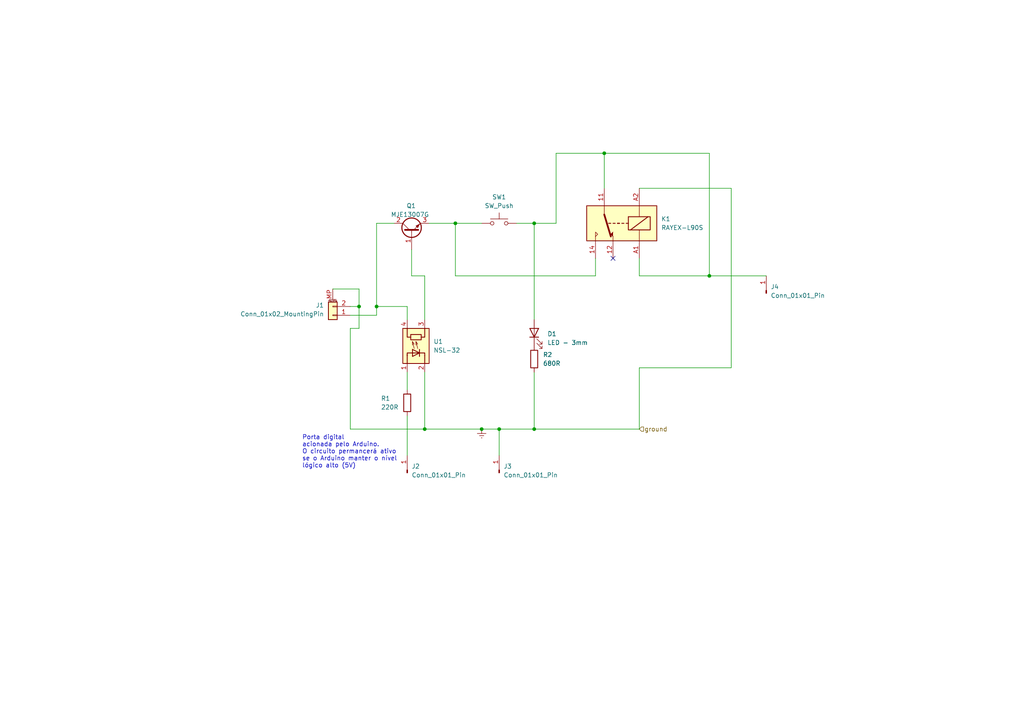
<source format=kicad_sch>
(kicad_sch (version 20230121) (generator eeschema)
  (paper "A4")
  (title_block (title "Placa Sinal RFID") (date "2023-11-09") (company "Márcio José Baldo"))
  (lib_symbols
    (symbol "Connector:Conn_01x01_Pin" (pin_names (offset 1.016) hide)
      (property "Reference" "J" (at 0 2.54 0))
      (property "Value" "Conn_01x01_Pin" (at 0 -2.54 0))
      (symbol "Conn_01x01_Pin_1_1"
        (polyline (pts (xy 1.27 0) (xy 0.8636 0)) (stroke (width 0.1524)))
        (rectangle (start 0.8636 0.127) (end 0 -0.127) (stroke (width 0.1524)) (fill (type outline)))
        (pin passive line (at 5.08 0 180) (length 3.81) (name "Pin_1") (number "1"))
      )
    )
    (symbol "Connector_Generic_MountingPin:Conn_01x02_MountingPin" (pin_names (offset 1.016) hide)
      (property "Reference" "J" (at 0 2.54 0))
      (property "Value" "Conn_01x02_MountingPin" (at 1.27 -5.08 0))
      (symbol "Conn_01x02_MountingPin_1_1"
        (rectangle (start -1.27 -2.413) (end 0 -2.667) (stroke (width 0.1524)))
        (rectangle (start -1.27 0.127) (end 0 -0.127) (stroke (width 0.1524)))
        (rectangle (start -1.27 1.27) (end 1.27 -3.81) (stroke (width 0.254)) (fill (type background)))
        (polyline (pts (xy -1.016 -4.572) (xy 1.016 -4.572)) (stroke (width 0.1524)))
        (text "Mounting" (at 0 -4.191 0) (effects (font (size 0.381 0.381))))
        (pin passive line (at -5.08 0 0) (length 3.81) (name "Pin_1") (number "1"))
        (pin passive line (at -5.08 -2.54 0) (length 3.81) (name "Pin_2") (number "2"))
        (pin passive line (at 0 -7.62 90) (length 3.048) (name "MountPin") (number "MP"))
      )
    )
    (symbol "Device:LED" (pin_numbers hide) (pin_names (offset 1.016) hide)
      (property "Reference" "D" (at 0 2.54 0))
      (property "Value" "LED" (at 0 -2.54 0))
      (symbol "LED_0_1"
        (polyline (pts (xy -1.27 -1.27) (xy -1.27 1.27)) (stroke (width 0.254)))
        (polyline (pts (xy -1.27 0) (xy 1.27 0)))
        (polyline (pts (xy 1.27 -1.27) (xy 1.27 1.27) (xy -1.27 0) (xy 1.27 -1.27)) (stroke (width 0.254)))
        (polyline (pts (xy -3.048 -0.762) (xy -4.572 -2.286) (xy -3.81 -2.286) (xy -4.572 -2.286) (xy -4.572 -1.524)))
        (polyline (pts (xy -1.778 -0.762) (xy -3.302 -2.286) (xy -2.54 -2.286) (xy -3.302 -2.286) (xy -3.302 -1.524)))
      )
      (symbol "LED_1_1"
        (pin passive line (at -3.81 0 0) (length 2.54) (name "K") (number "1"))
        (pin passive line (at 3.81 0 180) (length 2.54) (name "A") (number "2"))
      )
    )
    (symbol "Device:R" (pin_numbers hide) (pin_names (offset 0))
      (property "Reference" "R" (at 2.032 0 90))
      (property "Value" "R" (at 0 0 90))
      (symbol "R_0_1"
        (rectangle (start -1.016 -2.54) (end 1.016 2.54) (stroke (width 0.254)))
      )
      (symbol "R_1_1"
        (pin passive line (at 0 3.81 270) (length 1.27) (name "~") (number "1"))
        (pin passive line (at 0 -3.81 90) (length 1.27) (name "~") (number "2"))
      )
    )
    (symbol "Isolator:NSL-32" (pin_names (offset 0.762) hide)
      (property "Reference" "U" (at 0 5.08 0))
      (property "Value" "NSL-32" (at 0 -5.08 0))
      (symbol "NSL-32_0_1"
        (rectangle (start -5.08 3.81) (end 5.08 -3.81) (stroke (width 0.254)) (fill (type background)))
        (polyline (pts (xy -5.08 2.54) (xy -2.54 2.54)) (stroke (width 0.254)))
        (polyline (pts (xy -2.794 -2.54) (xy -5.08 -2.54)) (stroke (width 0.254)))
        (polyline (pts (xy -1.016 -1.016) (xy -3.048 -1.016) (xy -3.048 -1.016)) (stroke (width 0.254)))
        (polyline (pts (xy -0.762 -0.508) (xy 1.27 0) (xy 1.27 0)))
        (polyline (pts (xy -0.762 0.508) (xy 1.27 1.016) (xy 1.27 1.016)))
        (polyline (pts (xy 2.54 -1.524) (xy 2.54 -2.54) (xy 5.08 -2.54)) (stroke (width 0.254)))
        (polyline (pts (xy 2.54 1.524) (xy 2.54 2.54) (xy 5.08 2.54)) (stroke (width 0.254)))
        (polyline (pts (xy -2.794 -2.54) (xy -2.032 -2.54) (xy -2.032 2.54) (xy -2.794 2.54)) (stroke (width 0.254)))
        (polyline (pts (xy 0.254 0) (xy 1.27 0) (xy 0.508 -0.508) (xy 0.508 -0.508)))
        (polyline (pts (xy 0.254 1.016) (xy 1.27 1.016) (xy 0.508 0.508) (xy 0.508 0.508)))
        (polyline (pts (xy -1.016 1.016) (xy -3.048 1.016) (xy -2.032 -1.016) (xy -1.016 1.016) (xy -1.016 1.016) (xy -1.016 1.016)) (stroke (width 0.254)))
        (rectangle (start 1.778 1.524) (end 3.302 -1.524) (stroke (width 0.254)))
      )
      (symbol "NSL-32_1_1"
        (pin passive line (at -7.62 2.54 0) (length 2.54) (name "A") (number "1"))
        (pin passive line (at -7.62 -2.54 0) (length 2.54) (name "K") (number "2"))
        (pin passive line (at 7.62 -2.54 180) (length 2.54) (name "R") (number "3"))
        (pin passive line (at 7.62 2.54 180) (length 2.54) (name "R") (number "4"))
      )
    )
    (symbol "Relay:RAYEX-L90S"
      (property "Reference" "K" (at 11.43 3.81 0))
      (property "Value" "RAYEX-L90S" (at 11.43 1.27 0))
      (symbol "RAYEX-L90S_1_0"
        (polyline (pts (xy 2.54 3.81) (xy 2.54 5.08)))
        (polyline (pts (xy 7.62 3.81) (xy 7.62 5.08)))
        (polyline (pts (xy 7.62 3.81) (xy 7.62 2.54) (xy 6.985 3.175) (xy 7.62 3.81)))
      )
      (symbol "RAYEX-L90S_1_1"
        (rectangle (start -10.16 5.08) (end 10.16 -5.08) (stroke (width 0.254)) (fill (type background)))
        (rectangle (start -8.255 1.905) (end -1.905 -1.905) (stroke (width 0.254)))
        (polyline (pts (xy -7.62 -1.905) (xy -2.54 1.905)) (stroke (width 0.254)))
        (polyline (pts (xy -5.08 -5.08) (xy -5.08 -1.905)))
        (polyline (pts (xy -5.08 5.08) (xy -5.08 1.905)))
        (polyline (pts (xy -1.905 0) (xy -1.27 0)) (stroke (width 0.254)))
        (polyline (pts (xy -0.635 0) (xy 0 0)) (stroke (width 0.254)))
        (polyline (pts (xy 0.635 0) (xy 1.27 0)) (stroke (width 0.254)))
        (polyline (pts (xy 0.635 0) (xy 1.27 0)) (stroke (width 0.254)))
        (polyline (pts (xy 1.905 0) (xy 2.54 0)) (stroke (width 0.254)))
        (polyline (pts (xy 3.175 0) (xy 3.81 0)) (stroke (width 0.254)))
        (polyline (pts (xy 5.08 -2.54) (xy 3.175 3.81)) (stroke (width 0.508)))
        (polyline (pts (xy 5.08 -2.54) (xy 5.08 -5.08)))
        (polyline (pts (xy 2.54 2.54) (xy 3.175 3.175) (xy 2.54 3.81)) (fill (type outline)))
        (pin passive line (at 5.08 -10.16 90) (length 5.08) (name "~") (number "11"))
        (pin passive line (at 2.54 10.16 270) (length 5.08) (name "~") (number "12"))
        (pin passive line (at 7.62 10.16 270) (length 5.08) (name "~") (number "14"))
        (pin passive line (at -5.08 10.16 270) (length 5.08) (name "~") (number "A1"))
        (pin passive line (at -5.08 -10.16 90) (length 5.08) (name "~") (number "A2"))
      )
    )
    (symbol "Switch:SW_Push" (pin_numbers hide) (pin_names (offset 1.016) hide)
      (property "Reference" "SW" (at 1.27 2.54 0))
      (property "Value" "SW_Push" (at 0 -1.524 0))
      (symbol "SW_Push_0_1"
        (circle (center -2.032 0) (radius 0.508))
        (polyline (pts (xy 0 1.27) (xy 0 3.048)))
        (polyline (pts (xy 2.54 1.27) (xy -2.54 1.27)))
        (circle (center 2.032 0) (radius 0.508))
        (pin passive line (at -5.08 0 0) (length 2.54) (name "1") (number "1"))
        (pin passive line (at 5.08 0 180) (length 2.54) (name "2") (number "2"))
      )
    )
    (symbol "Transistor_BJT:MJE13007G" (pin_names (offset 0) hide)
      (property "Reference" "Q" (at 6.35 1.905 0))
      (property "Value" "MJE13007G" (at 6.35 0 0))
      (symbol "MJE13007G_0_1"
        (polyline (pts (xy 0 0) (xy 0.635 0)))
        (polyline (pts (xy 2.54 2.54) (xy 0.635 0.635)))
        (polyline (pts (xy 0.635 1.905) (xy 0.635 -1.905) (xy 0.635 -1.905)) (stroke (width 0.508)))
        (polyline (pts (xy 2.286 -2.286) (xy 1.778 -1.778) (xy 1.778 -1.778)))
        (polyline (pts (xy 2.54 -2.54) (xy 0.635 -0.635) (xy 1.27 -1.27)) (fill (type outline)))
        (polyline (pts (xy 1.27 -1.778) (xy 1.778 -1.27) (xy 2.286 -2.286) (xy 1.27 -1.778) (xy 1.27 -1.778)) (fill (type outline)))
        (circle (center 1.27 0) (radius 2.8194) (stroke (width 0.3048)))
      )
      (symbol "MJE13007G_1_1"
        (pin input line (at -5.08 0 0) (length 5.08) (name "B") (number "1"))
        (pin passive line (at 2.54 5.08 270) (length 2.54) (name "C") (number "2"))
        (pin passive line (at 2.54 -5.08 90) (length 2.54) (name "E") (number "3"))
      )
    )
    (symbol "power:Earth" (power) (pin_names (offset 0))
      (symbol "Earth_0_1"
        (polyline (pts (xy -0.635 -1.905) (xy 0.635 -1.905)))
        (polyline (pts (xy -0.127 -2.54) (xy 0.127 -2.54)))
        (polyline (pts (xy 0 -1.27) (xy 0 0)))
        (polyline (pts (xy 1.27 -1.27) (xy -1.27 -1.27)))
      )
      (symbol "Earth_1_1"
        (pin power_in line (at 0 0 270) (length 0) hide (name "Earth") (number "1"))
      )
    )
  )
  (junction (at 154.94 64.77))
  (junction (at 123.19 124.46))
  (junction (at 154.94 124.46))
  (junction (at 175.26 44.45))
  (junction (at 205.74 80.01))
  (junction (at 144.78 124.46))
  (junction (at 109.22 88.9))
  (junction (at 139.7 124.46))
  (junction (at 104.14 88.9))
  (junction (at 132.08 64.77))
  (no_connect (at 177.8 74.93))
  (wire (pts (xy 154.94 124.46) (xy 154.94 107.95)))
  (wire (pts (xy 144.78 124.46) (xy 144.78 132.08)))
  (wire (pts (xy 185.42 54.61) (xy 212.09 54.61)))
  (wire (pts (xy 132.08 80.01) (xy 132.08 64.77)))
  (wire (pts (xy 124.46 64.77) (xy 132.08 64.77)))
  (wire (pts (xy 104.14 95.25) (xy 101.6 95.25)))
  (wire (pts (xy 118.11 120.65) (xy 118.11 132.08)))
  (wire (pts (xy 212.09 106.68) (xy 185.42 106.68)))
  (wire (pts (xy 104.14 88.9) (xy 104.14 95.25)))
  (wire (pts (xy 119.38 72.39) (xy 119.38 80.01)))
  (wire (pts (xy 118.11 92.71) (xy 118.11 88.9)))
  (wire (pts (xy 139.7 124.46) (xy 144.78 124.46)))
  (wire (pts (xy 161.29 64.77) (xy 161.29 44.45)))
  (wire (pts (xy 123.19 92.71) (xy 123.19 80.01)))
  (wire (pts (xy 175.26 44.45) (xy 175.26 54.61)))
  (wire (pts (xy 212.09 54.61) (xy 212.09 106.68)))
  (wire (pts (xy 175.26 44.45) (xy 205.74 44.45)))
  (wire (pts (xy 118.11 88.9) (xy 109.22 88.9)))
  (wire (pts (xy 109.22 64.77) (xy 114.3 64.77)))
  (wire (pts (xy 123.19 80.01) (xy 119.38 80.01)))
  (wire (pts (xy 185.42 106.68) (xy 185.42 124.46)))
  (wire (pts (xy 205.74 80.01) (xy 222.25 80.01)))
  (wire (pts (xy 123.19 107.95) (xy 123.19 124.46)))
  (wire (pts (xy 123.19 124.46) (xy 139.7 124.46)))
  (wire (pts (xy 101.6 91.44) (xy 109.22 91.44)))
  (wire (pts (xy 149.86 64.77) (xy 154.94 64.77)))
  (wire (pts (xy 205.74 44.45) (xy 205.74 80.01)))
  (wire (pts (xy 172.72 74.93) (xy 172.72 80.01)))
  (wire (pts (xy 154.94 64.77) (xy 154.94 92.71)))
  (wire (pts (xy 109.22 91.44) (xy 109.22 88.9)))
  (wire (pts (xy 101.6 88.9) (xy 104.14 88.9)))
  (wire (pts (xy 172.72 80.01) (xy 132.08 80.01)))
  (wire (pts (xy 101.6 95.25) (xy 101.6 124.46)))
  (wire (pts (xy 185.42 80.01) (xy 185.42 74.93)))
  (wire (pts (xy 109.22 88.9) (xy 109.22 64.77)))
  (wire (pts (xy 161.29 44.45) (xy 175.26 44.45)))
  (wire (pts (xy 104.14 83.82) (xy 104.14 88.9)))
  (wire (pts (xy 118.11 107.95) (xy 118.11 113.03)))
  (wire (pts (xy 154.94 64.77) (xy 161.29 64.77)))
  (wire (pts (xy 205.74 80.01) (xy 185.42 80.01)))
  (wire (pts (xy 101.6 124.46) (xy 123.19 124.46)))
  (wire (pts (xy 185.42 124.46) (xy 154.94 124.46)))
  (wire (pts (xy 144.78 124.46) (xy 154.94 124.46)))
  (wire (pts (xy 96.52 83.82) (xy 104.14 83.82)))
  (wire (pts (xy 132.08 64.77) (xy 139.7 64.77)))
  (text "Porta digital\nacionada pelo Arduino.\nO circuito permancerá ativo\nse o Arduino manter o nível\nlógico alto (5V)" (at 87.63 135.89 0) (effects (font (size 1.27 1.27)) (justify left bottom)))
  (hierarchical_label "ground" (shape input) (at 185.42 124.46 0))
  (symbol (lib_id "Switch:SW_Push") (at 144.78 64.77 0) (unit 1)
    (property "Reference" "SW1" (at 144.78 57.15 0))
    (property "Value" "SW_Push" (at 144.78 59.69 0))
    (property "Footprint" "Button_Switch_THT:SW_PUSH_6mm" (effects hide))
  )
  (symbol (lib_id "Connector:Conn_01x01_Pin") (at 222.25 85.09 90) (unit 1)
    (property "Reference" "J4" (at 223.52 83.185 90) (effects (justify right)))
    (property "Value" "Conn_01x01_Pin" (at 223.52 85.725 90) (effects (justify right)))
    (property "Footprint" "Connector_Pin:Pin_D1.3mm_L11.0mm_LooseFit" (effects hide))
  )
  (symbol (lib_id "Relay:RAYEX-L90S") (at 180.34 64.77 180) (unit 1)
    (property "Reference" "K1" (at 191.77 63.5 0) (effects (justify right)))
    (property "Value" "RAYEX-L90S" (at 191.77 66.04 0) (effects (justify right)))
    (property "Footprint" "Relay_THT:Relay_SPDT_Finder_36.11" (effects hide))
    (property "Datasheet" "https://a3.sofastcdn.com/attachment/7jioKBjnRiiSrjrjknRiwS77gwbf3zmp/L90-SERIES.pdf" (effects hide))
  )
  (symbol (lib_id "Isolator:NSL-32") (at 120.65 100.33 90) (unit 1)
    (property "Reference" "U1" (at 125.73 99.06 90) (effects (justify right)))
    (property "Value" "NSL-32" (at 125.73 101.6 90) (effects (justify right)))
    (property "Footprint" "OptoDevice:Everlight_ITR9608-F" (effects hide))
    (property "Datasheet" "http://lunainc.com/wp-content/uploads/2016/06/NSL-32.pdf" (effects hide))
  )
  (symbol (lib_id "Transistor_BJT:MJE13007G") (at 119.38 67.31 90) (unit 1)
    (property "Reference" "Q1" (at 120.65 59.69 90) (effects (justify left)))
    (property "Value" "MJE13007G" (at 124.46 62.23 90) (effects (justify left)))
    (property "Footprint" "Package_TO_SOT_THT:TO-220-3_Vertical" (effects hide))
    (property "Datasheet" "http://www.onsemi.com/pub_link/Collateral/MJE13007-D.PDF" (effects hide))
  )
  (symbol (lib_id "Device:R") (at 118.11 116.84 0) (unit 1)
    (property "Reference" "R1" (at 110.49 115.57 0) (effects (justify left)))
    (property "Value" "220R" (at 110.49 118.11 0) (effects (justify left)))
    (property "Footprint" "Resistor_THT:R_Axial_DIN0207_L6.3mm_D2.5mm_P15.24mm_Horizontal" (effects hide))
  )
  (symbol (lib_id "Device:LED") (at 154.94 96.52 90) (unit 1)
    (property "Reference" "D1" (at 158.75 96.8375 90) (effects (justify right)))
    (property "Value" "LED - 3mm" (at 158.75 99.3775 90) (effects (justify right)))
    (property "Footprint" "LED_THT:LED_D3.0mm" (effects hide))
  )
  (symbol (lib_id "Device:R") (at 154.94 104.14 0) (unit 1)
    (property "Reference" "R2" (at 157.48 102.87 0) (effects (justify left)))
    (property "Value" "680R" (at 157.48 105.41 0) (effects (justify left)))
    (property "Footprint" "Resistor_THT:R_Axial_DIN0207_L6.3mm_D2.5mm_P15.24mm_Horizontal" (effects hide))
  )
  (symbol (lib_id "Connector:Conn_01x01_Pin") (at 144.78 137.16 90) (unit 1)
    (property "Reference" "J3" (at 146.05 135.255 90) (effects (justify right)))
    (property "Value" "Conn_01x01_Pin" (at 146.05 137.795 90) (effects (justify right)))
    (property "Footprint" "Connector_Pin:Pin_D1.3mm_L11.0mm_LooseFit" (effects hide))
  )
  (symbol (lib_id "Connector_Generic_MountingPin:Conn_01x02_MountingPin") (at 96.52 91.44 180) (unit 1)
    (property "Reference" "J1" (at 93.98 88.5444 0) (effects (justify left)))
    (property "Value" "Conn_01x02_MountingPin" (at 93.98 91.0844 0) (effects (justify left)))
    (property "Footprint" "Connector_BarrelJack:BarrelJack_CUI_PJ-102AH_Horizontal" (effects hide))
  )
  (symbol (lib_id "power:Earth") (at 139.7 124.46 0) (unit 1)
    (property "Reference" "#PWR01" (effects hide))
    (property "Value" "Earth" (effects hide))
  )
  (symbol (lib_id "Connector:Conn_01x01_Pin") (at 118.11 137.16 90) (unit 1)
    (property "Reference" "J2" (at 119.38 135.255 90) (effects (justify right)))
    (property "Value" "Conn_01x01_Pin" (at 119.38 137.795 90) (effects (justify right)))
    (property "Footprint" "Connector_Pin:Pin_D1.3mm_L11.0mm_LooseFit" (effects hide))
  )
)
</source>
